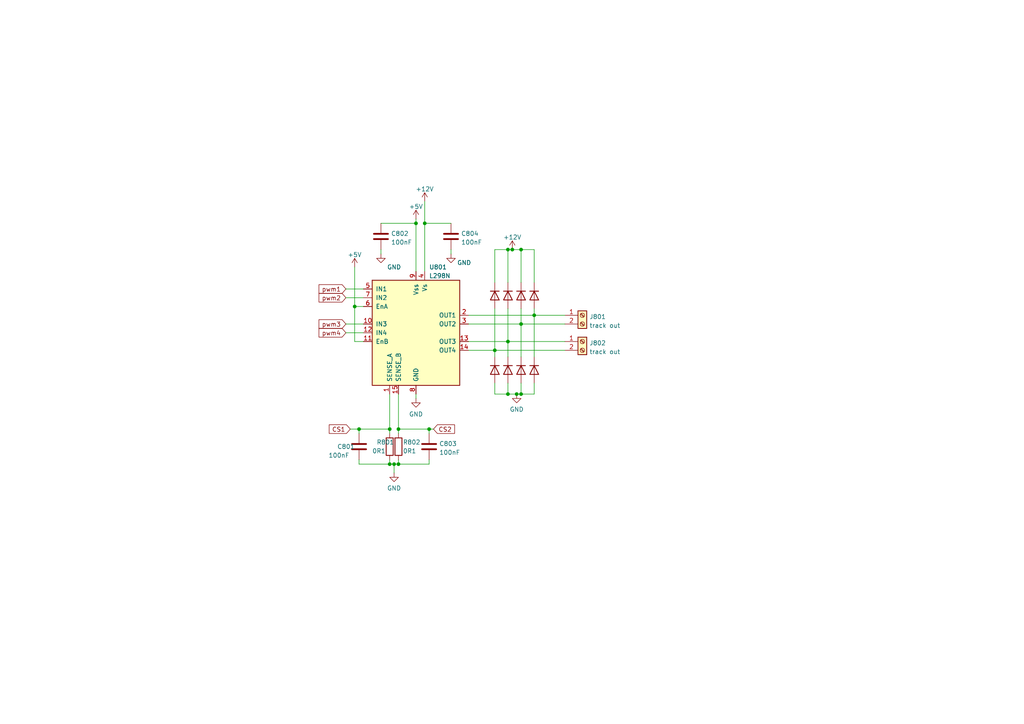
<source format=kicad_sch>
(kicad_sch (version 20231120) (generator "eeschema") (generator_version "8.0")
  (paper "A4")
  (lib_symbols
    (symbol "Connector:Screw_Terminal_01x02" (pin_names (offset 1.016) hide)
      (property "Reference" "J" (at 0 2.54 0))
      (property "Value" "Screw_Terminal_01x02" (at 0 -5.08 0))
      (symbol "Screw_Terminal_01x02_1_1"
        (rectangle (start -1.27 1.27) (end 1.27 -3.81) (stroke (width 0.254)) (fill (type background)))
        (circle (center 0 -2.54) (radius 0.635) (stroke (width 0.1524)))
        (polyline (pts (xy -0.5334 -2.2098) (xy 0.3302 -3.048)) (stroke (width 0.1524)))
        (polyline (pts (xy -0.5334 0.3302) (xy 0.3302 -0.508)) (stroke (width 0.1524)))
        (polyline (pts (xy -0.3556 -2.032) (xy 0.508 -2.8702)) (stroke (width 0.1524)))
        (polyline (pts (xy -0.3556 0.508) (xy 0.508 -0.3302)) (stroke (width 0.1524)))
        (circle (center 0 0) (radius 0.635) (stroke (width 0.1524)))
        (pin passive line (at -5.08 0 0) (length 3.81) (name "Pin_1") (number "1"))
        (pin passive line (at -5.08 -2.54 0) (length 3.81) (name "Pin_2") (number "2"))
      )
    )
    (symbol "Device:C" (pin_numbers hide) (pin_names (offset 0.254))
      (property "Reference" "C" (at 0.635 2.54 0))
      (property "Value" "C" (at 0.635 -2.54 0))
      (symbol "C_0_1"
        (polyline (pts (xy -2.032 -0.762) (xy 2.032 -0.762)) (stroke (width 0.508)))
        (polyline (pts (xy -2.032 0.762) (xy 2.032 0.762)) (stroke (width 0.508)))
      )
      (symbol "C_1_1"
        (pin passive line (at 0 3.81 270) (length 2.794) (name "~") (number "1"))
        (pin passive line (at 0 -3.81 90) (length 2.794) (name "~") (number "2"))
      )
    )
    (symbol "Device:D" (pin_numbers hide) (pin_names (offset 1.016) hide)
      (property "Reference" "D" (at 0 2.54 0))
      (property "Value" "D" (at 0 -2.54 0))
      (symbol "D_0_1"
        (polyline (pts (xy -1.27 1.27) (xy -1.27 -1.27)) (stroke (width 0.254)))
        (polyline (pts (xy 1.27 0) (xy -1.27 0)))
        (polyline (pts (xy 1.27 1.27) (xy 1.27 -1.27) (xy -1.27 0) (xy 1.27 1.27)) (stroke (width 0.254)))
      )
      (symbol "D_1_1"
        (pin passive line (at -3.81 0 0) (length 2.54) (name "K") (number "1"))
        (pin passive line (at 3.81 0 180) (length 2.54) (name "A") (number "2"))
      )
    )
    (symbol "Device:R" (pin_numbers hide) (pin_names (offset 0))
      (property "Reference" "R" (at 2.032 0 90))
      (property "Value" "R" (at 0 0 90))
      (symbol "R_0_1"
        (rectangle (start -1.016 -2.54) (end 1.016 2.54) (stroke (width 0.254)))
      )
      (symbol "R_1_1"
        (pin passive line (at 0 3.81 270) (length 1.27) (name "~") (number "1"))
        (pin passive line (at 0 -3.81 90) (length 1.27) (name "~") (number "2"))
      )
    )
    (symbol "Driver_Motor:L298N" (pin_names (offset 1.016))
      (property "Reference" "U" (at -10.16 16.51 0))
      (property "Value" "L298N" (at 12.7 16.51 0))
      (symbol "L298N_0_1"
        (rectangle (start -12.7 15.24) (end 12.7 -15.24) (stroke (width 0.254)) (fill (type background)))
      )
      (symbol "L298N_1_1"
        (pin power_in line (at -7.62 -17.78 90) (length 2.54) (name "SENSE_A") (number "1"))
        (pin input line (at -15.24 2.54 0) (length 2.54) (name "IN3") (number "10"))
        (pin input line (at -15.24 -2.54 0) (length 2.54) (name "EnB") (number "11"))
        (pin input line (at -15.24 0 0) (length 2.54) (name "IN4") (number "12"))
        (pin output line (at 15.24 -2.54 180) (length 2.54) (name "OUT3") (number "13"))
        (pin output line (at 15.24 -5.08 180) (length 2.54) (name "OUT4") (number "14"))
        (pin power_in line (at -5.08 -17.78 90) (length 2.54) (name "SENSE_B") (number "15"))
        (pin output line (at 15.24 5.08 180) (length 2.54) (name "OUT1") (number "2"))
        (pin output line (at 15.24 2.54 180) (length 2.54) (name "OUT2") (number "3"))
        (pin power_in line (at 2.54 17.78 270) (length 2.54) (name "Vs") (number "4"))
        (pin input line (at -15.24 12.7 0) (length 2.54) (name "IN1") (number "5"))
        (pin input line (at -15.24 7.62 0) (length 2.54) (name "EnA") (number "6"))
        (pin input line (at -15.24 10.16 0) (length 2.54) (name "IN2") (number "7"))
        (pin power_in line (at 0 -17.78 90) (length 2.54) (name "GND") (number "8"))
        (pin power_in line (at 0 17.78 270) (length 2.54) (name "Vss") (number "9"))
      )
    )
    (symbol "power:+12V" (power) (pin_names (offset 0))
      (property "Value" "+12V" (at 0 3.556 0))
      (symbol "+12V_0_1"
        (polyline (pts (xy -0.762 1.27) (xy 0 2.54)))
        (polyline (pts (xy 0 0) (xy 0 2.54)))
        (polyline (pts (xy 0 2.54) (xy 0.762 1.27)))
      )
      (symbol "+12V_1_1"
        (pin power_in line (at 0 0 90) (length 0) hide (name "+12V") (number "1"))
      )
    )
    (symbol "power:+5V" (power) (pin_names (offset 0))
      (property "Value" "+5V" (at 0 3.556 0))
      (symbol "+5V_0_1"
        (polyline (pts (xy -0.762 1.27) (xy 0 2.54)))
        (polyline (pts (xy 0 0) (xy 0 2.54)))
        (polyline (pts (xy 0 2.54) (xy 0.762 1.27)))
      )
      (symbol "+5V_1_1"
        (pin power_in line (at 0 0 90) (length 0) hide (name "+5V") (number "1"))
      )
    )
    (symbol "power:GND" (power) (pin_names (offset 0))
      (property "Value" "GND" (at 0 -3.81 0))
      (symbol "GND_0_1"
        (polyline (pts (xy 0 0) (xy 0 -1.27) (xy 1.27 -1.27) (xy 0 -2.54) (xy -1.27 -1.27) (xy 0 -1.27)))
      )
      (symbol "GND_1_1"
        (pin power_in line (at 0 0 270) (length 0) hide (name "GND") (number "1"))
      )
    )
  )
  (junction (at 102.87 88.9))
  (junction (at 151.13 93.98))
  (junction (at 154.94 91.44))
  (junction (at 151.13 72.39))
  (junction (at 115.57 134.62))
  (junction (at 124.46 124.46))
  (junction (at 123.19 64.77))
  (junction (at 104.14 124.46))
  (junction (at 143.51 101.6))
  (junction (at 147.32 72.39))
  (junction (at 113.03 124.46))
  (junction (at 115.57 124.46))
  (junction (at 149.86 114.3))
  (junction (at 120.65 64.77))
  (junction (at 147.32 114.3))
  (junction (at 151.13 114.3))
  (junction (at 114.3 134.62))
  (junction (at 147.32 99.06))
  (junction (at 113.03 134.62))
  (junction (at 148.59 72.39))
  (wire (pts (xy 102.87 88.9) (xy 102.87 99.06)))
  (wire (pts (xy 113.03 133.35) (xy 113.03 134.62)))
  (wire (pts (xy 114.3 134.62) (xy 114.3 137.16)))
  (wire (pts (xy 154.94 89.535) (xy 154.94 91.44)))
  (wire (pts (xy 123.19 64.77) (xy 123.19 78.74)))
  (wire (pts (xy 135.89 99.06) (xy 147.32 99.06)))
  (wire (pts (xy 105.41 88.9) (xy 102.87 88.9)))
  (wire (pts (xy 104.14 133.35) (xy 104.14 134.62)))
  (wire (pts (xy 102.87 99.06) (xy 105.41 99.06)))
  (wire (pts (xy 151.13 72.39) (xy 151.13 81.915)))
  (wire (pts (xy 120.65 114.3) (xy 120.65 115.57)))
  (wire (pts (xy 151.13 93.98) (xy 163.83 93.98)))
  (wire (pts (xy 110.49 64.77) (xy 120.65 64.77)))
  (wire (pts (xy 110.49 72.39) (xy 110.49 73.66)))
  (wire (pts (xy 104.14 124.46) (xy 104.14 125.73)))
  (wire (pts (xy 115.57 124.46) (xy 124.46 124.46)))
  (wire (pts (xy 154.94 72.39) (xy 154.94 81.915)))
  (wire (pts (xy 115.57 134.62) (xy 124.46 134.62)))
  (wire (pts (xy 135.89 93.98) (xy 151.13 93.98)))
  (wire (pts (xy 151.13 93.98) (xy 151.13 103.505)))
  (wire (pts (xy 151.13 111.125) (xy 151.13 114.3)))
  (wire (pts (xy 124.46 124.46) (xy 124.46 125.73)))
  (wire (pts (xy 120.65 64.77) (xy 120.65 78.74)))
  (wire (pts (xy 100.33 86.36) (xy 105.41 86.36)))
  (wire (pts (xy 130.81 72.39) (xy 130.81 73.66)))
  (wire (pts (xy 147.32 111.125) (xy 147.32 114.3)))
  (wire (pts (xy 123.19 58.42) (xy 123.19 64.77)))
  (wire (pts (xy 154.94 91.44) (xy 163.83 91.44)))
  (wire (pts (xy 151.13 114.3) (xy 154.94 114.3)))
  (wire (pts (xy 154.94 91.44) (xy 154.94 103.505)))
  (wire (pts (xy 143.51 101.6) (xy 143.51 103.505)))
  (wire (pts (xy 115.57 124.46) (xy 115.57 125.73)))
  (wire (pts (xy 148.59 72.39) (xy 151.13 72.39)))
  (wire (pts (xy 143.51 114.3) (xy 147.32 114.3)))
  (wire (pts (xy 115.57 114.3) (xy 115.57 124.46)))
  (wire (pts (xy 143.51 72.39) (xy 147.32 72.39)))
  (wire (pts (xy 135.89 91.44) (xy 154.94 91.44)))
  (wire (pts (xy 124.46 133.35) (xy 124.46 134.62)))
  (wire (pts (xy 113.03 134.62) (xy 114.3 134.62)))
  (wire (pts (xy 147.32 99.06) (xy 147.32 103.505)))
  (wire (pts (xy 104.14 134.62) (xy 113.03 134.62)))
  (wire (pts (xy 143.51 111.125) (xy 143.51 114.3)))
  (wire (pts (xy 147.32 72.39) (xy 147.32 81.915)))
  (wire (pts (xy 154.94 114.3) (xy 154.94 111.125)))
  (wire (pts (xy 151.13 72.39) (xy 154.94 72.39)))
  (wire (pts (xy 143.51 89.535) (xy 143.51 101.6)))
  (wire (pts (xy 148.59 72.39) (xy 147.32 72.39)))
  (wire (pts (xy 147.32 99.06) (xy 163.83 99.06)))
  (wire (pts (xy 135.89 101.6) (xy 143.51 101.6)))
  (wire (pts (xy 115.57 133.35) (xy 115.57 134.62)))
  (wire (pts (xy 120.65 63.5) (xy 120.65 64.77)))
  (wire (pts (xy 100.33 83.82) (xy 105.41 83.82)))
  (wire (pts (xy 124.46 124.46) (xy 125.73 124.46)))
  (wire (pts (xy 102.87 77.47) (xy 102.87 88.9)))
  (wire (pts (xy 147.32 89.535) (xy 147.32 99.06)))
  (wire (pts (xy 147.32 114.3) (xy 149.86 114.3)))
  (wire (pts (xy 113.03 124.46) (xy 113.03 125.73)))
  (wire (pts (xy 151.13 89.535) (xy 151.13 93.98)))
  (wire (pts (xy 100.33 96.52) (xy 105.41 96.52)))
  (wire (pts (xy 100.33 93.98) (xy 105.41 93.98)))
  (wire (pts (xy 104.14 124.46) (xy 113.03 124.46)))
  (wire (pts (xy 101.6 124.46) (xy 104.14 124.46)))
  (wire (pts (xy 143.51 101.6) (xy 163.83 101.6)))
  (wire (pts (xy 143.51 81.915) (xy 143.51 72.39)))
  (wire (pts (xy 123.19 64.77) (xy 130.81 64.77)))
  (wire (pts (xy 149.86 114.3) (xy 151.13 114.3)))
  (wire (pts (xy 114.3 134.62) (xy 115.57 134.62)))
  (wire (pts (xy 113.03 114.3) (xy 113.03 124.46)))
  (global_label "pwm3" (shape input) (at 100.33 93.98 180) (property "Intersheetrefs" "${INTERSHEET_REFS}" (effects (hide yes))))
  (global_label "pwm1" (shape input) (at 100.33 83.82 180) (property "Intersheetrefs" "${INTERSHEET_REFS}" (effects (hide yes))))
  (global_label "pwm4" (shape input) (at 100.33 96.52 180) (property "Intersheetrefs" "${INTERSHEET_REFS}" (effects (hide yes))))
  (global_label "CS2" (shape input) (at 125.73 124.46 0) (property "Intersheetrefs" "${INTERSHEET_REFS}" (effects (hide yes))))
  (global_label "pwm2" (shape input) (at 100.33 86.36 180) (property "Intersheetrefs" "${INTERSHEET_REFS}" (effects (hide yes))))
  (global_label "CS1" (shape input) (at 101.6 124.46 180) (property "Intersheetrefs" "${INTERSHEET_REFS}" (effects (hide yes))))
  (symbol (lib_id "power:+12V") (at 123.19 58.42 0) (unit 1)
    (property "Reference" "#PWR0116" (effects (hide yes)))
    (property "Value" "+12V" (at 123.19 54.8442 0))
  )
  (symbol (lib_id "Connector:Screw_Terminal_01x02") (at 168.91 99.06 0) (unit 1)
    (property "Reference" "J802" (at 170.942 99.4953 0) (effects (justify left)))
    (property "Value" "track out" (at 170.942 102.0322 0) (effects (justify left)))
    (property "Footprint" "TerminalBlock_Phoenix:TerminalBlock_Phoenix_MKDS-1,5-2-5.08_1x02_P5.08mm_Horizontal" (effects (hide yes)))
  )
  (symbol (lib_id "power:GND") (at 110.49 73.66 0) (unit 1)
    (property "Reference" "#PWR0113" (effects (hide yes)))
    (property "Value" "GND" (at 114.3 77.47 0))
  )
  (symbol (lib_id "Device:D") (at 143.51 107.315 270) (unit 1)
    (property "Reference" "D802" (effects (hide yes)))
    (property "Value" "D" (effects (hide yes)))
  )
  (symbol (lib_id "Device:D") (at 147.32 85.725 270) (unit 1)
    (property "Reference" "D803" (effects (hide yes)))
    (property "Value" "D" (effects (hide yes)))
  )
  (symbol (lib_id "power:GND") (at 130.81 73.66 0) (unit 1)
    (property "Reference" "#PWR0115" (effects (hide yes)))
    (property "Value" "GND" (at 134.62 76.2 0))
  )
  (symbol (lib_id "Device:R") (at 115.57 129.54 0) (unit 1)
    (property "Reference" "R802" (at 116.84 128.27 0) (effects (justify left)))
    (property "Value" "0R1" (at 116.84 130.81 0) (effects (justify left)))
    (property "Footprint" "Resistor_THT:R_Axial_DIN0516_L15.5mm_D5.0mm_P20.32mm_Horizontal" (effects (hide yes)))
  )
  (symbol (lib_id "power:+12V") (at 148.59 72.39 0) (unit 1)
    (property "Reference" "#PWR0114" (effects (hide yes)))
    (property "Value" "+12V" (at 148.59 68.8142 0))
  )
  (symbol (lib_id "Device:C") (at 130.81 68.58 0) (unit 1)
    (property "Reference" "C804" (at 133.731 67.7453 0) (effects (justify left)))
    (property "Value" "100nF" (at 133.731 70.2822 0) (effects (justify left)))
  )
  (symbol (lib_id "power:+5V") (at 120.65 63.5 0) (unit 1)
    (property "Reference" "#PWR0117" (effects (hide yes)))
    (property "Value" "+5V" (at 120.65 59.9242 0))
  )
  (symbol (lib_id "Driver_Motor:L298N") (at 120.65 96.52 0) (unit 1)
    (property "Reference" "U801" (at 124.46 77.47 0) (effects (justify left)))
    (property "Value" "L298N" (at 124.46 80.01 0) (effects (justify left)))
    (property "Footprint" "Package_TO_SOT_THT:TO-220-15_P2.54x2.54mm_StaggerOdd_Lead4.58mm_Vertical" (effects (hide yes)))
    (property "Datasheet" "http://www.st.com/st-web-ui/static/active/en/resource/technical/document/datasheet/CD00000240.pdf" (effects (hide yes)))
  )
  (symbol (lib_id "power:GND") (at 149.86 114.3 0) (unit 1)
    (property "Reference" "#PWR0121" (effects (hide yes)))
    (property "Value" "GND" (at 149.86 118.7434 0))
  )
  (symbol (lib_id "Device:C") (at 110.49 68.58 0) (unit 1)
    (property "Reference" "C802" (at 113.411 67.7453 0) (effects (justify left)))
    (property "Value" "100nF" (at 113.411 70.2822 0) (effects (justify left)))
  )
  (symbol (lib_id "Device:D") (at 154.94 85.725 270) (unit 1)
    (property "Reference" "D807" (effects (hide yes)))
    (property "Value" "D" (effects (hide yes)))
  )
  (symbol (lib_id "Device:R") (at 113.03 129.54 180) (unit 1)
    (property "Reference" "R801" (at 109.22 128.27 0) (effects (justify right)))
    (property "Value" "0R1" (at 107.95 130.81 0) (effects (justify right)))
    (property "Footprint" "Resistor_THT:R_Axial_DIN0516_L15.5mm_D5.0mm_P20.32mm_Horizontal" (effects (hide yes)))
  )
  (symbol (lib_id "power:+5V") (at 102.87 77.47 0) (unit 1)
    (property "Reference" "#PWR0120" (effects (hide yes)))
    (property "Value" "+5V" (at 102.87 73.8942 0))
  )
  (symbol (lib_id "Connector:Screw_Terminal_01x02") (at 168.91 91.44 0) (unit 1)
    (property "Reference" "J801" (at 170.942 91.8753 0) (effects (justify left)))
    (property "Value" "track out" (at 170.942 94.4122 0) (effects (justify left)))
    (property "Footprint" "TerminalBlock_Phoenix:TerminalBlock_Phoenix_MKDS-1,5-2-5.08_1x02_P5.08mm_Horizontal" (effects (hide yes)))
  )
  (symbol (lib_id "Device:D") (at 151.13 85.725 270) (unit 1)
    (property "Reference" "D805" (effects (hide yes)))
    (property "Value" "D" (effects (hide yes)))
  )
  (symbol (lib_id "power:GND") (at 114.3 137.16 0) (unit 1)
    (property "Reference" "#PWR0118" (effects (hide yes)))
    (property "Value" "GND" (at 114.3 141.6034 0))
  )
  (symbol (lib_id "Device:D") (at 151.13 107.315 270) (unit 1)
    (property "Reference" "D806" (effects (hide yes)))
    (property "Value" "D" (effects (hide yes)))
  )
  (symbol (lib_id "Device:C") (at 104.14 129.54 180) (unit 1)
    (property "Reference" "C801" (at 97.79 129.54 0) (effects (justify right)))
    (property "Value" "100nF" (at 95.25 132.08 0) (effects (justify right)))
  )
  (symbol (lib_id "Device:D") (at 154.94 107.315 270) (unit 1)
    (property "Reference" "D808" (effects (hide yes)))
    (property "Value" "D" (effects (hide yes)))
  )
  (symbol (lib_id "Device:D") (at 143.51 85.725 270) (unit 1)
    (property "Reference" "D801" (effects (hide yes)))
    (property "Value" "D" (effects (hide yes)))
  )
  (symbol (lib_id "Device:D") (at 147.32 107.315 270) (unit 1)
    (property "Reference" "D804" (effects (hide yes)))
    (property "Value" "D" (effects (hide yes)))
  )
  (symbol (lib_id "Device:C") (at 124.46 129.54 0) (unit 1)
    (property "Reference" "C803" (at 127.381 128.7053 0) (effects (justify left)))
    (property "Value" "100nF" (at 127.381 131.2422 0) (effects (justify left)))
  )
  (symbol (lib_id "power:GND") (at 120.65 115.57 0) (unit 1)
    (property "Reference" "#PWR0119" (effects (hide yes)))
    (property "Value" "GND" (at 120.65 120.1325 0))
  )
)
</source>
